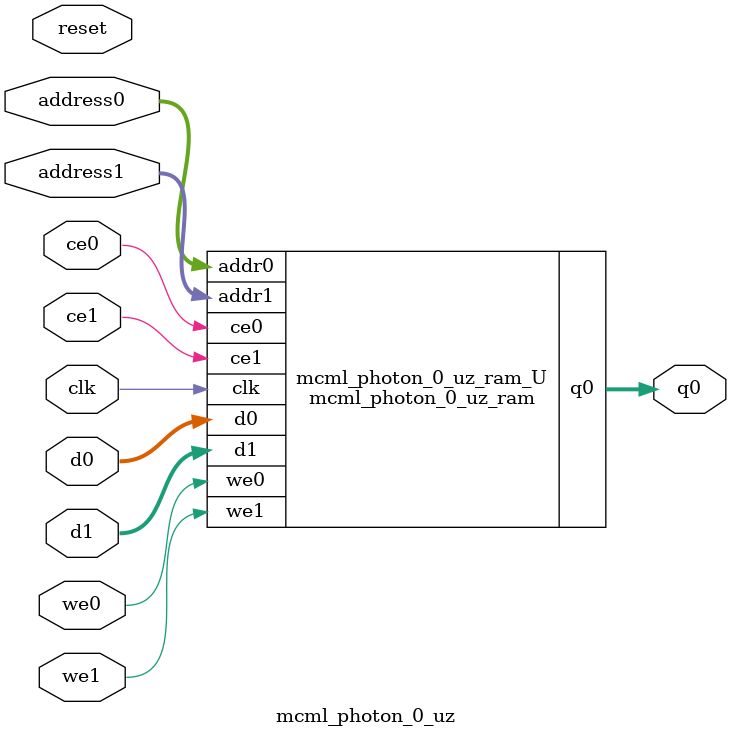
<source format=v>

`timescale 1 ns / 1 ps
module mcml_photon_0_uz_ram (addr0, ce0, d0, we0, q0, addr1, ce1, d1, we1,  clk);

parameter DWIDTH = 32;
parameter AWIDTH = 10;
parameter MEM_SIZE = 1000;

input[AWIDTH-1:0] addr0;
input ce0;
input[DWIDTH-1:0] d0;
input we0;
output reg[DWIDTH-1:0] q0;
input[AWIDTH-1:0] addr1;
input ce1;
input[DWIDTH-1:0] d1;
input we1;
input clk;

(* ram_style = "block" *)reg [DWIDTH-1:0] ram[MEM_SIZE-1:0];




always @(posedge clk)  
begin 
    if (ce0) 
    begin
        if (we0) 
        begin 
            ram[addr0] <= d0; 
            q0 <= d0;
        end 
        else 
            q0 <= ram[addr0];
    end
end


always @(posedge clk)  
begin 
    if (ce1) 
    begin
        if (we1) 
        begin 
            ram[addr1] <= d1; 
        end 
    end
end


endmodule


`timescale 1 ns / 1 ps
module mcml_photon_0_uz(
    reset,
    clk,
    address0,
    ce0,
    we0,
    d0,
    q0,
    address1,
    ce1,
    we1,
    d1);

parameter DataWidth = 32'd32;
parameter AddressRange = 32'd1000;
parameter AddressWidth = 32'd10;
input reset;
input clk;
input[AddressWidth - 1:0] address0;
input ce0;
input we0;
input[DataWidth - 1:0] d0;
output[DataWidth - 1:0] q0;
input[AddressWidth - 1:0] address1;
input ce1;
input we1;
input[DataWidth - 1:0] d1;



mcml_photon_0_uz_ram mcml_photon_0_uz_ram_U(
    .clk( clk ),
    .addr0( address0 ),
    .ce0( ce0 ),
    .d0( d0 ),
    .we0( we0 ),
    .q0( q0 ),
    .addr1( address1 ),
    .ce1( ce1 ),
    .d1( d1 ),
    .we1( we1 ));

endmodule


</source>
